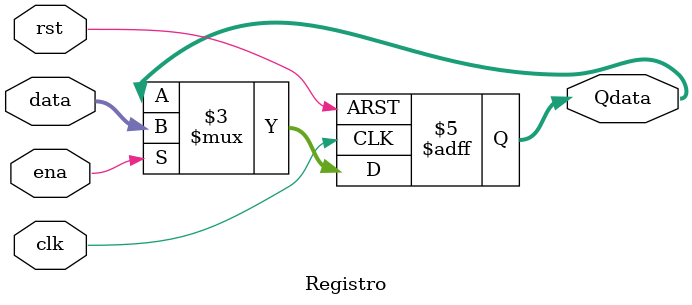
<source format=v>
module Registro(
	input 		clk,rst,ena,
	input [7:0] data,
	output reg [7:0] Qdata
);

always@(posedge clk or negedge rst)
begin
	if(!rst)
		Qdata<=8'd0;	//8'h00  //8'b0000_0000
	else
		if(ena)
			Qdata<=data;
end
endmodule

</source>
